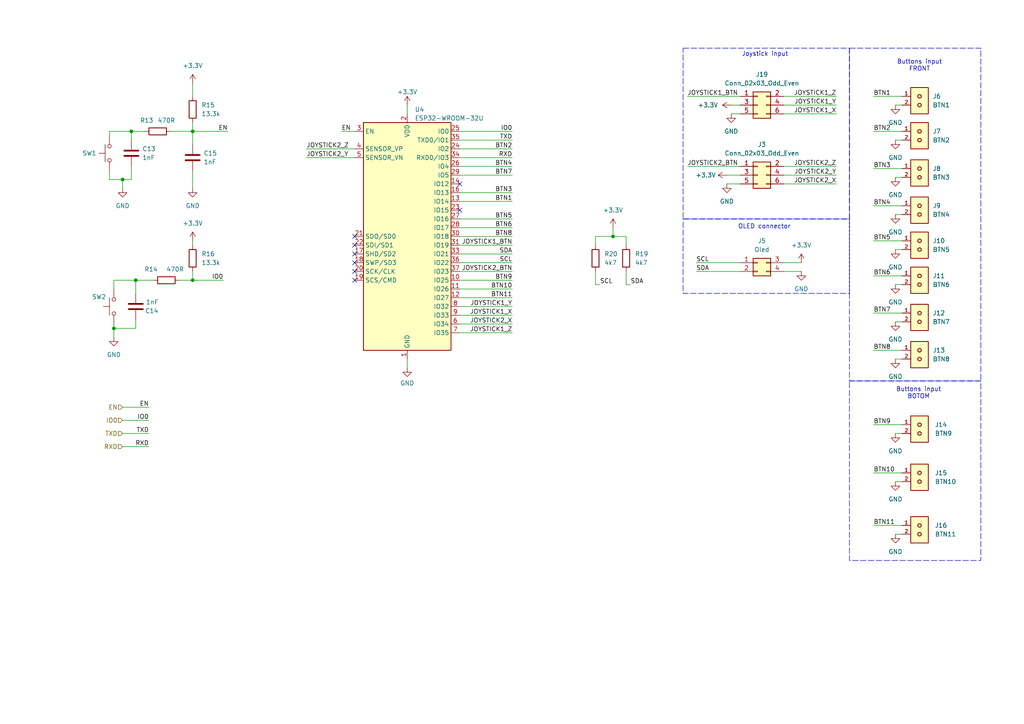
<source format=kicad_sch>
(kicad_sch (version 20231120) (generator "eeschema") (generator_version "8.0")
  (paper "A4")
  (lib_symbols
    (symbol "Connector_Generic:Conn_02x02_Top_Bottom" (pin_names (offset 1.016) hide)
      (property "Reference" "J" (at 1.27 2.54 0))
      (property "Value" "Conn_02x02_Top_Bottom" (at 1.27 -5.08 0))
      (symbol "Conn_02x02_Top_Bottom_1_1"
        (rectangle (start -1.27 -2.413) (end 0 -2.667) (stroke (width 0.1524)))
        (rectangle (start -1.27 0.127) (end 0 -0.127) (stroke (width 0.1524)))
        (rectangle (start -1.27 1.27) (end 3.81 -3.81) (stroke (width 0.254)) (fill (type background)))
        (rectangle (start 3.81 -2.413) (end 2.54 -2.667) (stroke (width 0.1524)))
        (rectangle (start 3.81 0.127) (end 2.54 -0.127) (stroke (width 0.1524)))
        (pin passive line (at -5.08 0 0) (length 3.81) (name "Pin_1") (number "1"))
        (pin passive line (at -5.08 -2.54 0) (length 3.81) (name "Pin_2") (number "2"))
        (pin passive line (at 7.62 0 180) (length 3.81) (name "Pin_3") (number "3"))
        (pin passive line (at 7.62 -2.54 180) (length 3.81) (name "Pin_4") (number "4"))
      )
    )
    (symbol "Connector_Generic:Conn_02x03_Odd_Even" (pin_names (offset 1.016) hide)
      (property "Reference" "J" (at 1.27 5.08 0))
      (property "Value" "Conn_02x03_Odd_Even" (at 1.27 -5.08 0))
      (symbol "Conn_02x03_Odd_Even_1_1"
        (rectangle (start -1.27 -2.413) (end 0 -2.667) (stroke (width 0.1524)))
        (rectangle (start -1.27 0.127) (end 0 -0.127) (stroke (width 0.1524)))
        (rectangle (start -1.27 2.667) (end 0 2.413) (stroke (width 0.1524)))
        (rectangle (start -1.27 3.81) (end 3.81 -3.81) (stroke (width 0.254)) (fill (type background)))
        (rectangle (start 3.81 -2.413) (end 2.54 -2.667) (stroke (width 0.1524)))
        (rectangle (start 3.81 0.127) (end 2.54 -0.127) (stroke (width 0.1524)))
        (rectangle (start 3.81 2.667) (end 2.54 2.413) (stroke (width 0.1524)))
        (pin passive line (at -5.08 2.54 0) (length 3.81) (name "Pin_1") (number "1"))
        (pin passive line (at 7.62 2.54 180) (length 3.81) (name "Pin_2") (number "2"))
        (pin passive line (at -5.08 0 0) (length 3.81) (name "Pin_3") (number "3"))
        (pin passive line (at 7.62 0 180) (length 3.81) (name "Pin_4") (number "4"))
        (pin passive line (at -5.08 -2.54 0) (length 3.81) (name "Pin_5") (number "5"))
        (pin passive line (at 7.62 -2.54 180) (length 3.81) (name "Pin_6") (number "6"))
      )
    )
    (symbol "Device:C" (pin_numbers hide) (pin_names (offset 0.254))
      (property "Reference" "C" (at 0.635 2.54 0))
      (property "Value" "C" (at 0.635 -2.54 0))
      (symbol "C_0_1"
        (polyline (pts (xy -2.032 -0.762) (xy 2.032 -0.762)) (stroke (width 0.508)))
        (polyline (pts (xy -2.032 0.762) (xy 2.032 0.762)) (stroke (width 0.508)))
      )
      (symbol "C_1_1"
        (pin passive line (at 0 3.81 270) (length 2.794) (name "~") (number "1"))
        (pin passive line (at 0 -3.81 90) (length 2.794) (name "~") (number "2"))
      )
    )
    (symbol "Device:R" (pin_numbers hide) (pin_names (offset 0))
      (property "Reference" "R" (at 2.032 0 90))
      (property "Value" "R" (at 0 0 90))
      (symbol "R_0_1"
        (rectangle (start -1.016 -2.54) (end 1.016 2.54) (stroke (width 0.254)))
      )
      (symbol "R_1_1"
        (pin passive line (at 0 3.81 270) (length 1.27) (name "~") (number "1"))
        (pin passive line (at 0 -3.81 90) (length 1.27) (name "~") (number "2"))
      )
    )
    (symbol "RF_Module:ESP32-WROOM-32U"
      (property "Reference" "U" (at -12.7 34.29 0))
      (property "Value" "ESP32-WROOM-32U" (at 1.27 34.29 0))
      (symbol "ESP32-WROOM-32U_0_1"
        (rectangle (start -12.7 33.02) (end 12.7 -33.02) (stroke (width 0.254)) (fill (type background)))
      )
      (symbol "ESP32-WROOM-32U_1_1"
        (pin power_in line (at 0 -35.56 90) (length 2.54) (name "GND") (number "1"))
        (pin bidirectional line (at 15.24 -12.7 180) (length 2.54) (name "IO25") (number "10"))
        (pin bidirectional line (at 15.24 -15.24 180) (length 2.54) (name "IO26") (number "11"))
        (pin bidirectional line (at 15.24 -17.78 180) (length 2.54) (name "IO27") (number "12"))
        (pin bidirectional line (at 15.24 10.16 180) (length 2.54) (name "IO14") (number "13"))
        (pin bidirectional line (at 15.24 15.24 180) (length 2.54) (name "IO12") (number "14"))
        (pin passive line (at 0 -35.56 90) (length 2.54) hide (name "GND") (number "15"))
        (pin bidirectional line (at 15.24 12.7 180) (length 2.54) (name "IO13") (number "16"))
        (pin bidirectional line (at -15.24 -5.08 0) (length 2.54) (name "SHD/SD2") (number "17"))
        (pin bidirectional line (at -15.24 -7.62 0) (length 2.54) (name "SWP/SD3") (number "18"))
        (pin bidirectional line (at -15.24 -12.7 0) (length 2.54) (name "SCS/CMD") (number "19"))
        (pin power_in line (at 0 35.56 270) (length 2.54) (name "VDD") (number "2"))
        (pin bidirectional line (at -15.24 -10.16 0) (length 2.54) (name "SCK/CLK") (number "20"))
        (pin bidirectional line (at -15.24 0 0) (length 2.54) (name "SDO/SD0") (number "21"))
        (pin bidirectional line (at -15.24 -2.54 0) (length 2.54) (name "SDI/SD1") (number "22"))
        (pin bidirectional line (at 15.24 7.62 180) (length 2.54) (name "IO15") (number "23"))
        (pin bidirectional line (at 15.24 25.4 180) (length 2.54) (name "IO2") (number "24"))
        (pin bidirectional line (at 15.24 30.48 180) (length 2.54) (name "IO0") (number "25"))
        (pin bidirectional line (at 15.24 20.32 180) (length 2.54) (name "IO4") (number "26"))
        (pin bidirectional line (at 15.24 5.08 180) (length 2.54) (name "IO16") (number "27"))
        (pin bidirectional line (at 15.24 2.54 180) (length 2.54) (name "IO17") (number "28"))
        (pin bidirectional line (at 15.24 17.78 180) (length 2.54) (name "IO5") (number "29"))
        (pin input line (at -15.24 30.48 0) (length 2.54) (name "EN") (number "3"))
        (pin bidirectional line (at 15.24 0 180) (length 2.54) (name "IO18") (number "30"))
        (pin bidirectional line (at 15.24 -2.54 180) (length 2.54) (name "IO19") (number "31"))
        (pin no_connect line (at -12.7 -27.94 0) (length 2.54) hide (name "NC") (number "32"))
        (pin bidirectional line (at 15.24 -5.08 180) (length 2.54) (name "IO21") (number "33"))
        (pin bidirectional line (at 15.24 22.86 180) (length 2.54) (name "RXD0/IO3") (number "34"))
        (pin bidirectional line (at 15.24 27.94 180) (length 2.54) (name "TXD0/IO1") (number "35"))
        (pin bidirectional line (at 15.24 -7.62 180) (length 2.54) (name "IO22") (number "36"))
        (pin bidirectional line (at 15.24 -10.16 180) (length 2.54) (name "IO23") (number "37"))
        (pin passive line (at 0 -35.56 90) (length 2.54) hide (name "GND") (number "38"))
        (pin passive line (at 0 -35.56 90) (length 2.54) hide (name "GND") (number "39"))
        (pin input line (at -15.24 25.4 0) (length 2.54) (name "SENSOR_VP") (number "4"))
        (pin input line (at -15.24 22.86 0) (length 2.54) (name "SENSOR_VN") (number "5"))
        (pin input line (at 15.24 -25.4 180) (length 2.54) (name "IO34") (number "6"))
        (pin input line (at 15.24 -27.94 180) (length 2.54) (name "IO35") (number "7"))
        (pin bidirectional line (at 15.24 -20.32 180) (length 2.54) (name "IO32") (number "8"))
        (pin bidirectional line (at 15.24 -22.86 180) (length 2.54) (name "IO33") (number "9"))
      )
    )
    (symbol "Switch:SW_Push" (pin_numbers hide) (pin_names (offset 1.016) hide)
      (property "Reference" "SW" (at 1.27 2.54 0))
      (property "Value" "SW_Push" (at 0 -1.524 0))
      (symbol "SW_Push_0_1"
        (circle (center -2.032 0) (radius 0.508))
        (polyline (pts (xy 0 1.27) (xy 0 3.048)))
        (polyline (pts (xy 2.54 1.27) (xy -2.54 1.27)))
        (circle (center 2.032 0) (radius 0.508))
        (pin passive line (at -5.08 0 0) (length 2.54) (name "1") (number "1"))
        (pin passive line (at 5.08 0 180) (length 2.54) (name "2") (number "2"))
      )
    )
    (symbol "molex-2pin:22-27-2021" (pin_names (offset 1.016))
      (property "Reference" "J" (at -2.5412 5.0823 0))
      (property "Value" "22-27-2021" (at -2.5424 -5.0848 0))
      (symbol "22-27-2021_0_0"
        (rectangle (start -2.54 -2.54) (end 2.54 5.08) (stroke (width 0.254)) (fill (type background)))
        (circle (center 0 0) (radius 0.508) (stroke (width 0.254)))
        (circle (center 0 2.54) (radius 0.508) (stroke (width 0.254)))
        (pin passive line (at -5.08 2.54 0) (length 2.54) (name "~") (number "1"))
        (pin passive line (at -5.08 0 0) (length 2.54) (name "~") (number "2"))
      )
    )
    (symbol "power:+3.3V" (power) (pin_names (offset 0))
      (property "Value" "+3.3V" (at 0 3.556 0))
      (symbol "+3.3V_0_1"
        (polyline (pts (xy -0.762 1.27) (xy 0 2.54)))
        (polyline (pts (xy 0 0) (xy 0 2.54)))
        (polyline (pts (xy 0 2.54) (xy 0.762 1.27)))
      )
      (symbol "+3.3V_1_1"
        (pin power_in line (at 0 0 90) (length 0) hide (name "+3.3V") (number "1"))
      )
    )
    (symbol "power:GND" (power) (pin_names (offset 0))
      (property "Value" "GND" (at 0 -3.81 0))
      (symbol "GND_0_1"
        (polyline (pts (xy 0 0) (xy 0 -1.27) (xy 1.27 -1.27) (xy 0 -2.54) (xy -1.27 -1.27) (xy 0 -1.27)))
      )
      (symbol "GND_1_1"
        (pin power_in line (at 0 0 270) (length 0) hide (name "GND") (number "1"))
      )
    )
  )
  (junction (at 35.56 52.07))
  (junction (at 55.88 81.28))
  (junction (at 55.88 38.1))
  (junction (at 38.1 38.1))
  (junction (at 39.37 81.28))
  (junction (at 177.8 68.58))
  (junction (at 33.02 95.25))
  (no_connect (at 102.87 73.66))
  (no_connect (at 102.87 76.2))
  (no_connect (at 102.87 68.58))
  (no_connect (at 102.87 78.74))
  (no_connect (at 133.35 53.34))
  (no_connect (at 102.87 81.28))
  (no_connect (at 102.87 71.12))
  (no_connect (at 133.35 60.96))
  (wire (pts (xy 199.39 27.94) (xy 214.63 27.94)))
  (wire (pts (xy 253.365 27.94) (xy 261.62 27.94)))
  (wire (pts (xy 133.35 93.98) (xy 148.59 93.98)))
  (wire (pts (xy 66.04 38.1) (xy 55.88 38.1)))
  (wire (pts (xy 259.715 51.435) (xy 261.62 51.435)))
  (wire (pts (xy 31.75 38.1) (xy 38.1 38.1)))
  (wire (pts (xy 199.39 48.26) (xy 214.63 48.26)))
  (wire (pts (xy 133.35 91.44) (xy 148.59 91.44)))
  (wire (pts (xy 242.57 53.34) (xy 227.33 53.34)))
  (wire (pts (xy 133.35 68.58) (xy 148.59 68.58)))
  (wire (pts (xy 133.35 76.2) (xy 148.59 76.2)))
  (wire (pts (xy 133.35 63.5) (xy 148.59 63.5)))
  (wire (pts (xy 133.35 71.12) (xy 148.59 71.12)))
  (wire (pts (xy 253.365 69.85) (xy 261.62 69.85)))
  (wire (pts (xy 259.715 154.94) (xy 261.62 154.94)))
  (wire (pts (xy 201.93 76.2) (xy 214.63 76.2)))
  (wire (pts (xy 253.365 101.6) (xy 261.62 101.6)))
  (wire (pts (xy 31.75 49.53) (xy 31.75 52.07)))
  (wire (pts (xy 259.715 30.48) (xy 261.62 30.48)))
  (wire (pts (xy 133.35 88.9) (xy 148.59 88.9)))
  (wire (pts (xy 118.11 30.48) (xy 118.11 33.02)))
  (wire (pts (xy 133.35 48.26) (xy 148.59 48.26)))
  (wire (pts (xy 259.715 72.39) (xy 261.62 72.39)))
  (wire (pts (xy 210.82 50.8) (xy 214.63 50.8)))
  (wire (pts (xy 88.9 45.72) (xy 102.87 45.72)))
  (wire (pts (xy 253.365 137.16) (xy 261.62 137.16)))
  (wire (pts (xy 253.365 123.19) (xy 261.62 123.19)))
  (wire (pts (xy 39.37 81.28) (xy 44.45 81.28)))
  (wire (pts (xy 39.37 85.09) (xy 39.37 81.28)))
  (wire (pts (xy 242.57 48.26) (xy 227.33 48.26)))
  (wire (pts (xy 38.1 38.1) (xy 38.1 40.64)))
  (wire (pts (xy 33.02 95.25) (xy 39.37 95.25)))
  (wire (pts (xy 55.88 49.53) (xy 55.88 54.61)))
  (wire (pts (xy 172.72 78.74) (xy 172.72 82.55)))
  (wire (pts (xy 212.09 33.02) (xy 214.63 33.02)))
  (wire (pts (xy 172.72 71.12) (xy 172.72 68.58)))
  (wire (pts (xy 133.35 81.28) (xy 148.59 81.28)))
  (wire (pts (xy 172.72 68.58) (xy 177.8 68.58)))
  (wire (pts (xy 253.365 48.895) (xy 261.62 48.895)))
  (wire (pts (xy 35.56 121.92) (xy 43.18 121.92)))
  (wire (pts (xy 253.365 152.4) (xy 261.62 152.4)))
  (wire (pts (xy 55.88 24.13) (xy 55.88 27.94)))
  (wire (pts (xy 201.93 78.74) (xy 214.63 78.74)))
  (wire (pts (xy 35.56 52.07) (xy 35.56 54.61)))
  (wire (pts (xy 35.56 52.07) (xy 31.75 52.07)))
  (wire (pts (xy 99.06 38.1) (xy 102.87 38.1)))
  (wire (pts (xy 35.56 129.54) (xy 43.18 129.54)))
  (wire (pts (xy 35.56 125.73) (xy 43.18 125.73)))
  (wire (pts (xy 242.57 50.8) (xy 227.33 50.8)))
  (wire (pts (xy 227.33 78.74) (xy 232.41 78.74)))
  (wire (pts (xy 253.365 90.805) (xy 261.62 90.805)))
  (wire (pts (xy 31.75 39.37) (xy 31.75 38.1)))
  (wire (pts (xy 33.02 95.25) (xy 33.02 97.79)))
  (wire (pts (xy 55.88 81.28) (xy 55.88 78.74)))
  (wire (pts (xy 259.715 93.345) (xy 261.62 93.345)))
  (wire (pts (xy 259.715 139.7) (xy 261.62 139.7)))
  (wire (pts (xy 242.57 33.02) (xy 227.33 33.02)))
  (wire (pts (xy 133.35 86.36) (xy 148.59 86.36)))
  (wire (pts (xy 35.56 118.11) (xy 43.18 118.11)))
  (wire (pts (xy 181.61 68.58) (xy 181.61 71.12)))
  (wire (pts (xy 227.33 76.2) (xy 232.41 76.2)))
  (wire (pts (xy 181.61 82.55) (xy 182.88 82.55)))
  (wire (pts (xy 133.35 38.1) (xy 148.59 38.1)))
  (wire (pts (xy 133.35 45.72) (xy 148.59 45.72)))
  (wire (pts (xy 64.77 81.28) (xy 55.88 81.28)))
  (wire (pts (xy 38.1 48.26) (xy 38.1 52.07)))
  (wire (pts (xy 118.11 104.14) (xy 118.11 106.68)))
  (wire (pts (xy 133.35 43.18) (xy 148.59 43.18)))
  (wire (pts (xy 33.02 81.28) (xy 39.37 81.28)))
  (wire (pts (xy 253.365 80.01) (xy 261.62 80.01)))
  (wire (pts (xy 33.02 93.98) (xy 33.02 95.25)))
  (wire (pts (xy 38.1 52.07) (xy 35.56 52.07)))
  (wire (pts (xy 253.365 59.69) (xy 261.62 59.69)))
  (wire (pts (xy 133.35 55.88) (xy 148.59 55.88)))
  (wire (pts (xy 172.72 82.55) (xy 173.99 82.55)))
  (wire (pts (xy 259.715 40.64) (xy 261.62 40.64)))
  (wire (pts (xy 259.715 82.55) (xy 261.62 82.55)))
  (wire (pts (xy 133.35 73.66) (xy 148.59 73.66)))
  (wire (pts (xy 253.365 38.1) (xy 261.62 38.1)))
  (wire (pts (xy 133.35 83.82) (xy 148.59 83.82)))
  (wire (pts (xy 133.35 66.04) (xy 148.59 66.04)))
  (wire (pts (xy 52.07 81.28) (xy 55.88 81.28)))
  (wire (pts (xy 133.35 40.64) (xy 148.59 40.64)))
  (wire (pts (xy 39.37 92.71) (xy 39.37 95.25)))
  (wire (pts (xy 33.02 81.28) (xy 33.02 83.82)))
  (wire (pts (xy 55.88 38.1) (xy 55.88 41.91)))
  (wire (pts (xy 38.1 38.1) (xy 41.91 38.1)))
  (wire (pts (xy 259.715 125.73) (xy 261.62 125.73)))
  (wire (pts (xy 55.88 35.56) (xy 55.88 38.1)))
  (wire (pts (xy 133.35 78.74) (xy 148.59 78.74)))
  (wire (pts (xy 242.57 27.94) (xy 227.33 27.94)))
  (wire (pts (xy 55.88 69.85) (xy 55.88 71.12)))
  (wire (pts (xy 177.8 68.58) (xy 181.61 68.58)))
  (wire (pts (xy 259.715 62.23) (xy 261.62 62.23)))
  (wire (pts (xy 133.35 58.42) (xy 148.59 58.42)))
  (wire (pts (xy 242.57 30.48) (xy 227.33 30.48)))
  (wire (pts (xy 133.35 50.8) (xy 148.59 50.8)))
  (wire (pts (xy 212.09 30.48) (xy 214.63 30.48)))
  (wire (pts (xy 181.61 78.74) (xy 181.61 82.55)))
  (wire (pts (xy 259.715 104.14) (xy 261.62 104.14)))
  (wire (pts (xy 210.82 53.34) (xy 214.63 53.34)))
  (wire (pts (xy 177.8 66.04) (xy 177.8 68.58)))
  (wire (pts (xy 49.53 38.1) (xy 55.88 38.1)))
  (wire (pts (xy 133.35 96.52) (xy 148.59 96.52)))
  (wire (pts (xy 88.9 43.18) (xy 102.87 43.18)))
  (rectangle (start 198.12 63.5) (end 246.38 85.09) (stroke (width 0) (type dash)))
  (rectangle (start 246.38 110.49) (end 284.48 162.56) (stroke (width 0) (type dash)))
  (rectangle (start 246.38 13.97) (end 284.48 110.49) (stroke (width 0) (type dash)))
  (rectangle (start 198.12 13.97) (end 246.38 63.5) (stroke (width 0) (type dash)))
  (text "Buttons input\nBOTOM" (at 266.446 115.824 0) (effects (font (size 1.27 1.27)) (justify bottom)))
  (text "Buttons input\nFRONT" (at 266.7 20.828 0) (effects (font (size 1.27 1.27)) (justify bottom)))
  (text "Joystick input" (at 215.138 16.51 0) (effects (font (size 1.27 1.27)) (justify left bottom)))
  (text "OLED connector" (at 229.362 66.548 0) (effects (font (size 1.27 1.27)) (justify right bottom)))
  (label "JOYSTICK2_Y" (at 242.57 50.8 180))
  (label "JOYSTICK1_BTN" (at 199.39 27.94 0))
  (label "JOYSTICK1_BTN" (at 148.59 71.12 180))
  (label "EN" (at 99.06 38.1 0))
  (label "BTN3" (at 148.59 55.88 180))
  (label "BTN7" (at 253.365 90.805 0))
  (label "RXD" (at 43.18 129.54 180))
  (label "BTN10" (at 148.59 83.82 180))
  (label "BTN6" (at 253.365 80.01 0))
  (label "JOYSTICK1_Y" (at 242.57 30.48 180))
  (label "TXD" (at 148.59 40.64 180))
  (label "BTN4" (at 148.59 48.26 180))
  (label "RXD" (at 148.59 45.72 180))
  (label "SDA" (at 201.93 78.74 0))
  (label "SCL" (at 173.99 82.55 0))
  (label "SCL" (at 148.59 76.2 180))
  (label "IO0" (at 148.59 38.1 180))
  (label "BTN8" (at 148.59 68.58 180))
  (label "JOYSTICK2_Z" (at 242.57 48.26 180))
  (label "EN" (at 43.18 118.11 180))
  (label "SDA" (at 182.88 82.55 0))
  (label "JOYSTICK2_X" (at 242.57 53.34 180))
  (label "BTN10" (at 253.365 137.16 0))
  (label "JOYSTICK2_BTN" (at 199.39 48.26 0))
  (label "BTN9" (at 253.365 123.19 0))
  (label "BTN7" (at 148.59 50.8 180))
  (label "BTN3" (at 253.365 48.895 0))
  (label "JOYSTICK2_Z" (at 88.9 43.18 0))
  (label "JOYSTICK1_X" (at 148.59 91.44 180))
  (label "BTN9" (at 148.59 81.28 180))
  (label "IO0" (at 43.18 121.92 180))
  (label "JOYSTICK2_BTN" (at 148.59 78.74 180))
  (label "JOYSTICK1_X" (at 242.57 33.02 180))
  (label "SDA" (at 148.59 73.66 180))
  (label "BTN2" (at 148.59 43.18 180))
  (label "BTN5" (at 253.365 69.85 0))
  (label "BTN1" (at 253.365 27.94 0))
  (label "BTN11" (at 148.59 86.36 180))
  (label "JOYSTICK1_Z" (at 242.57 27.94 180))
  (label "JOYSTICK2_Y" (at 88.9 45.72 0))
  (label "BTN5" (at 148.59 63.5 180))
  (label "TXD" (at 43.18 125.73 180))
  (label "BTN1" (at 148.59 58.42 180))
  (label "EN" (at 66.04 38.1 180))
  (label "JOYSTICK1_Y" (at 148.59 88.9 180))
  (label "BTN8" (at 253.365 101.6 0))
  (label "SCL" (at 201.93 76.2 0))
  (label "BTN4" (at 253.365 59.69 0))
  (label "JOYSTICK2_X" (at 148.59 93.98 180))
  (label "BTN11" (at 253.365 152.4 0))
  (label "IO0" (at 64.77 81.28 180))
  (label "BTN2" (at 253.365 38.1 0))
  (label "BTN6" (at 148.59 66.04 180))
  (label "JOYSTICK1_Z" (at 148.59 96.52 180))
  (hierarchical_label "EN" (shape input) (at 35.56 118.11 180))
  (hierarchical_label "RXD" (shape input) (at 35.56 129.54 180))
  (hierarchical_label "IO0" (shape input) (at 35.56 121.92 180))
  (hierarchical_label "TXD" (shape input) (at 35.56 125.73 180))
  (symbol (lib_id "power:+3.3V") (at 177.8 66.04 0) (unit 1)
    (property "Reference" "#PWR021" (effects (hide yes)))
    (property "Value" "+3.3V" (at 177.8 60.96 0))
  )
  (symbol (lib_id "Connector_Generic:Conn_02x03_Odd_Even") (at 219.71 30.48 0) (unit 1)
    (property "Reference" "J19" (at 220.98 21.59 0))
    (property "Value" "Conn_02x03_Odd_Even" (at 220.98 24.13 0))
    (property "Footprint" "Connector_PinSocket_2.54mm:PinSocket_2x03_P2.54mm_Vertical" (effects (hide yes)))
    (property "Description" "Generic connector, double row, 02x03, odd/even pin numbering scheme (row 1 odd numbers, row 2 even numbers), script generated (kicad-library-utils/schlib/autogen/connector/)" (effects (hide yes)))
  )
  (symbol (lib_id "Device:R") (at 55.88 74.93 180) (unit 1)
    (property "Reference" "R16" (at 58.42 73.6599 0) (effects (justify right)))
    (property "Value" "13.3k" (at 58.42 76.1999 0) (effects (justify right)))
    (property "Footprint" "Resistor_SMD:R_0603_1608Metric" (effects (hide yes)))
    (property "LCSC" "C25952" (effects (hide yes)))
  )
  (symbol (lib_id "molex-2pin:22-27-2021") (at 266.7 104.14 0) (unit 1)
    (property "Reference" "J13" (at 270.51 101.6 0) (effects (justify left)))
    (property "Value" "BTN8" (at 270.51 104.14 0) (effects (justify left)))
    (property "Footprint" "Connector_Molex:Molex_KK-254_AE-6410-02A_1x02_P2.54mm_Vertical" (effects (hide yes)))
    (property "Description" "2227 - Molex Wire-to-Board 2.54 mm KK Type Straight Headers" (effects (hide yes)))
    (property "MF" "Molex" (effects (hide yes)))
    (property "Package" "None" (effects (hide yes)))
    (property "Price" "None" (effects (hide yes)))
    (property "Check_prices" "https://www.snapeda.com/parts/22-27-2021/Molex/view-part/?ref=eda" (effects (hide yes)))
    (property "SnapEDA_Link" "https://www.snapeda.com/parts/22-27-2021/Molex/view-part/?ref=snap" (effects (hide yes)))
    (property "MP" "22-27-2021" (effects (hide yes)))
    (property "Purchase-URL" "https://www.snapeda.com/api/url_track_click_mouser/?unipart_id=378472&manufacturer=Molex&part_name=22-27-2021&search_term=22272021" (effects (hide yes)))
    (property "Availability" "In Stock" (effects (hide yes)))
    (property "MANUFACTURER" "MOLEX" (effects (hide yes)))
  )
  (symbol (lib_id "power:+3.3V") (at 118.11 30.48 0) (unit 1)
    (property "Reference" "#PWR047" (effects (hide yes)))
    (property "Value" "+3.3V" (at 118.11 26.67 0))
  )
  (symbol (lib_id "power:GND") (at 35.56 54.61 0) (unit 1)
    (property "Reference" "#PWR017" (effects (hide yes)))
    (property "Value" "GND" (at 35.56 59.69 0))
  )
  (symbol (lib_id "Device:R") (at 181.61 74.93 180) (unit 1)
    (property "Reference" "R19" (at 184.15 73.6599 0) (effects (justify right)))
    (property "Value" "4k7" (at 184.15 76.1999 0) (effects (justify right)))
    (property "Footprint" "Resistor_SMD:R_0402_1005Metric" (effects (hide yes)))
    (property "LCSC" "C25952" (effects (hide yes)))
  )
  (symbol (lib_id "Device:R") (at 172.72 74.93 180) (unit 1)
    (property "Reference" "R20" (at 175.26 73.6599 0) (effects (justify right)))
    (property "Value" "4k7" (at 175.26 76.1999 0) (effects (justify right)))
    (property "Footprint" "Resistor_SMD:R_0402_1005Metric" (effects (hide yes)))
    (property "LCSC" "C25952" (effects (hide yes)))
  )
  (symbol (lib_id "power:GND") (at 259.715 154.94 0) (unit 1)
    (property "Reference" "#PWR041" (effects (hide yes)))
    (property "Value" "GND" (at 259.715 160.02 0))
  )
  (symbol (lib_id "molex-2pin:22-27-2021") (at 266.7 93.345 0) (unit 1)
    (property "Reference" "J12" (at 270.51 90.805 0) (effects (justify left)))
    (property "Value" "BTN7" (at 270.51 93.345 0) (effects (justify left)))
    (property "Footprint" "Connector_Molex:Molex_KK-254_AE-6410-02A_1x02_P2.54mm_Vertical" (effects (hide yes)))
    (property "Description" "2227 - Molex Wire-to-Board 2.54 mm KK Type Straight Headers" (effects (hide yes)))
    (property "MF" "Molex" (effects (hide yes)))
    (property "Package" "None" (effects (hide yes)))
    (property "Price" "None" (effects (hide yes)))
    (property "Check_prices" "https://www.snapeda.com/parts/22-27-2021/Molex/view-part/?ref=eda" (effects (hide yes)))
    (property "SnapEDA_Link" "https://www.snapeda.com/parts/22-27-2021/Molex/view-part/?ref=snap" (effects (hide yes)))
    (property "MP" "22-27-2021" (effects (hide yes)))
    (property "Purchase-URL" "https://www.snapeda.com/api/url_track_click_mouser/?unipart_id=378472&manufacturer=Molex&part_name=22-27-2021&search_term=22272021" (effects (hide yes)))
    (property "Availability" "In Stock" (effects (hide yes)))
    (property "MANUFACTURER" "MOLEX" (effects (hide yes)))
  )
  (symbol (lib_id "Device:C") (at 55.88 45.72 0) (unit 1)
    (property "Reference" "C15" (at 59.055 44.45 0) (effects (justify left)))
    (property "Value" "1nF" (at 59.055 46.99 0) (effects (justify left)))
    (property "Footprint" "Capacitor_SMD:C_0603_1608Metric" (effects (hide yes)))
    (property "LCSC" "C1588" (effects (hide yes)))
  )
  (symbol (lib_id "Connector_Generic:Conn_02x02_Top_Bottom") (at 219.71 76.2 0) (unit 1)
    (property "Reference" "J5" (at 220.98 69.85 0))
    (property "Value" "Oled" (at 220.98 72.39 0))
    (property "Footprint" "Connector_PinSocket_2.54mm:PinSocket_2x02_P2.54mm_Vertical" (effects (hide yes)))
    (property "Description" "Generic connector, double row, 02x02, top/bottom pin numbering scheme (row 1: 1...pins_per_row, row2: pins_per_row+1 ... num_pins), script generated (kicad-library-utils/schlib/autogen/connector/)" (effects (hide yes)))
  )
  (symbol (lib_id "power:GND") (at 259.715 125.73 0) (unit 1)
    (property "Reference" "#PWR039" (effects (hide yes)))
    (property "Value" "GND" (at 259.715 130.81 0))
  )
  (symbol (lib_id "power:GND") (at 259.715 93.345 0) (unit 1)
    (property "Reference" "#PWR037" (effects (hide yes)))
    (property "Value" "GND" (at 259.715 98.425 0))
  )
  (symbol (lib_id "power:GND") (at 259.715 104.14 0) (unit 1)
    (property "Reference" "#PWR038" (effects (hide yes)))
    (property "Value" "GND" (at 259.715 109.22 0))
  )
  (symbol (lib_id "molex-2pin:22-27-2021") (at 266.7 62.23 0) (unit 1)
    (property "Reference" "J9" (at 270.51 59.69 0) (effects (justify left)))
    (property "Value" "BTN4" (at 270.51 62.23 0) (effects (justify left)))
    (property "Footprint" "Connector_Molex:Molex_KK-254_AE-6410-02A_1x02_P2.54mm_Vertical" (effects (hide yes)))
    (property "Description" "2227 - Molex Wire-to-Board 2.54 mm KK Type Straight Headers" (effects (hide yes)))
    (property "MF" "Molex" (effects (hide yes)))
    (property "Package" "None" (effects (hide yes)))
    (property "Price" "None" (effects (hide yes)))
    (property "Check_prices" "https://www.snapeda.com/parts/22-27-2021/Molex/view-part/?ref=eda" (effects (hide yes)))
    (property "SnapEDA_Link" "https://www.snapeda.com/parts/22-27-2021/Molex/view-part/?ref=snap" (effects (hide yes)))
    (property "MP" "22-27-2021" (effects (hide yes)))
    (property "Purchase-URL" "https://www.snapeda.com/api/url_track_click_mouser/?unipart_id=378472&manufacturer=Molex&part_name=22-27-2021&search_term=22272021" (effects (hide yes)))
    (property "Availability" "In Stock" (effects (hide yes)))
    (property "MANUFACTURER" "MOLEX" (effects (hide yes)))
  )
  (symbol (lib_id "power:GND") (at 210.82 53.34 0) (unit 1)
    (property "Reference" "#PWR026" (effects (hide yes)))
    (property "Value" "GND" (at 210.82 58.42 0))
  )
  (symbol (lib_id "power:GND") (at 232.41 78.74 0) (unit 1)
    (property "Reference" "#PWR030" (effects (hide yes)))
    (property "Value" "GND" (at 232.41 83.82 0))
  )
  (symbol (lib_id "Device:C") (at 39.37 88.9 180) (unit 1)
    (property "Reference" "C14" (at 45.974 90.17 0) (effects (justify left)))
    (property "Value" "1nF" (at 45.974 87.63 0) (effects (justify left)))
    (property "Footprint" "Capacitor_SMD:C_0603_1608Metric" (effects (hide yes)))
    (property "LCSC" "C1588" (effects (hide yes)))
  )
  (symbol (lib_id "molex-2pin:22-27-2021") (at 266.7 72.39 0) (unit 1)
    (property "Reference" "J10" (at 270.51 69.85 0) (effects (justify left)))
    (property "Value" "BTN5" (at 270.51 72.39 0) (effects (justify left)))
    (property "Footprint" "Connector_Molex:Molex_KK-254_AE-6410-02A_1x02_P2.54mm_Vertical" (effects (hide yes)))
    (property "Description" "2227 - Molex Wire-to-Board 2.54 mm KK Type Straight Headers" (effects (hide yes)))
    (property "MF" "Molex" (effects (hide yes)))
    (property "Package" "None" (effects (hide yes)))
    (property "Price" "None" (effects (hide yes)))
    (property "Check_prices" "https://www.snapeda.com/parts/22-27-2021/Molex/view-part/?ref=eda" (effects (hide yes)))
    (property "SnapEDA_Link" "https://www.snapeda.com/parts/22-27-2021/Molex/view-part/?ref=snap" (effects (hide yes)))
    (property "MP" "22-27-2021" (effects (hide yes)))
    (property "Purchase-URL" "https://www.snapeda.com/api/url_track_click_mouser/?unipart_id=378472&manufacturer=Molex&part_name=22-27-2021&search_term=22272021" (effects (hide yes)))
    (property "Availability" "In Stock" (effects (hide yes)))
    (property "MANUFACTURER" "MOLEX" (effects (hide yes)))
  )
  (symbol (lib_id "power:GND") (at 259.715 62.23 0) (unit 1)
    (property "Reference" "#PWR034" (effects (hide yes)))
    (property "Value" "GND" (at 259.715 67.31 0))
  )
  (symbol (lib_id "molex-2pin:22-27-2021") (at 266.7 125.73 0) (unit 1)
    (property "Reference" "J14" (at 271.145 123.19 0) (effects (justify left)))
    (property "Value" "BTN9" (at 271.145 125.73 0) (effects (justify left)))
    (property "Footprint" "Connector_Molex:Molex_KK-254_AE-6410-02A_1x02_P2.54mm_Vertical" (effects (hide yes)))
    (property "Description" "2227 - Molex Wire-to-Board 2.54 mm KK Type Straight Headers" (effects (hide yes)))
    (property "MF" "Molex" (effects (hide yes)))
    (property "Package" "None" (effects (hide yes)))
    (property "Price" "None" (effects (hide yes)))
    (property "Check_prices" "https://www.snapeda.com/parts/22-27-2021/Molex/view-part/?ref=eda" (effects (hide yes)))
    (property "SnapEDA_Link" "https://www.snapeda.com/parts/22-27-2021/Molex/view-part/?ref=snap" (effects (hide yes)))
    (property "MP" "22-27-2021" (effects (hide yes)))
    (property "Purchase-URL" "https://www.snapeda.com/api/url_track_click_mouser/?unipart_id=378472&manufacturer=Molex&part_name=22-27-2021&search_term=22272021" (effects (hide yes)))
    (property "Availability" "In Stock" (effects (hide yes)))
    (property "MANUFACTURER" "MOLEX" (effects (hide yes)))
  )
  (symbol (lib_id "Device:R") (at 55.88 31.75 180) (unit 1)
    (property "Reference" "R15" (at 58.42 30.4799 0) (effects (justify right)))
    (property "Value" "13.3k" (at 58.42 33.0199 0) (effects (justify right)))
    (property "Footprint" "Resistor_SMD:R_0603_1608Metric" (effects (hide yes)))
    (property "LCSC" "C25952" (effects (hide yes)))
  )
  (symbol (lib_id "power:GND") (at 212.09 33.02 0) (unit 1)
    (property "Reference" "#PWR028" (effects (hide yes)))
    (property "Value" "GND" (at 212.09 38.1 0))
  )
  (symbol (lib_id "power:GND") (at 33.02 97.79 0) (unit 1)
    (property "Reference" "#PWR016" (effects (hide yes)))
    (property "Value" "GND" (at 33.02 102.87 0))
  )
  (symbol (lib_id "power:+3.3V") (at 55.88 24.13 0) (unit 1)
    (property "Reference" "#PWR018" (effects (hide yes)))
    (property "Value" "+3.3V" (at 55.88 19.05 0))
  )
  (symbol (lib_id "RF_Module:ESP32-WROOM-32U") (at 118.11 68.58 0) (unit 1)
    (property "Reference" "U4" (at 120.3041 31.75 0) (effects (justify left)))
    (property "Value" "ESP32-WROOM-32U" (at 120.3041 34.29 0) (effects (justify left)))
    (property "Footprint" "RF_Module:ESP32-WROOM-32U" (effects (hide yes)))
    (property "Datasheet" "https://www.espressif.com/sites/default/files/documentation/esp32-wroom-32d_esp32-wroom-32u_datasheet_en.pdf" (effects (hide yes)))
    (property "Description" "RF Module, ESP32-D0WD SoC, Wi-Fi 802.11b/g/n, Bluetooth, BLE, 32-bit, 2.7-3.6V, external antenna, SMD" (effects (hide yes)))
  )
  (symbol (lib_id "Connector_Generic:Conn_02x03_Odd_Even") (at 219.71 50.8 0) (unit 1)
    (property "Reference" "J3" (at 220.98 41.91 0))
    (property "Value" "Conn_02x03_Odd_Even" (at 220.98 44.45 0))
    (property "Footprint" "Connector_PinSocket_2.54mm:PinSocket_2x03_P2.54mm_Vertical" (effects (hide yes)))
    (property "Description" "Generic connector, double row, 02x03, odd/even pin numbering scheme (row 1 odd numbers, row 2 even numbers), script generated (kicad-library-utils/schlib/autogen/connector/)" (effects (hide yes)))
  )
  (symbol (lib_id "molex-2pin:22-27-2021") (at 266.7 40.64 0) (unit 1)
    (property "Reference" "J7" (at 270.51 38.1 0) (effects (justify left)))
    (property "Value" "BTN2" (at 270.51 40.64 0) (effects (justify left)))
    (property "Footprint" "Connector_Molex:Molex_KK-254_AE-6410-02A_1x02_P2.54mm_Vertical" (effects (hide yes)))
    (property "Description" "2227 - Molex Wire-to-Board 2.54 mm KK Type Straight Headers" (effects (hide yes)))
    (property "MF" "Molex" (effects (hide yes)))
    (property "Package" "None" (effects (hide yes)))
    (property "Price" "None" (effects (hide yes)))
    (property "Check_prices" "https://www.snapeda.com/parts/22-27-2021/Molex/view-part/?ref=eda" (effects (hide yes)))
    (property "SnapEDA_Link" "https://www.snapeda.com/parts/22-27-2021/Molex/view-part/?ref=snap" (effects (hide yes)))
    (property "MP" "22-27-2021" (effects (hide yes)))
    (property "Purchase-URL" "https://www.snapeda.com/api/url_track_click_mouser/?unipart_id=378472&manufacturer=Molex&part_name=22-27-2021&search_term=22272021" (effects (hide yes)))
    (property "Availability" "In Stock" (effects (hide yes)))
    (property "MANUFACTURER" "MOLEX" (effects (hide yes)))
  )
  (symbol (lib_id "molex-2pin:22-27-2021") (at 266.7 154.94 0) (unit 1)
    (property "Reference" "J16" (at 271.145 152.4 0) (effects (justify left)))
    (property "Value" "BTN11" (at 271.145 154.94 0) (effects (justify left)))
    (property "Footprint" "Connector_Molex:Molex_KK-254_AE-6410-02A_1x02_P2.54mm_Vertical" (effects (hide yes)))
    (property "Description" "2227 - Molex Wire-to-Board 2.54 mm KK Type Straight Headers" (effects (hide yes)))
    (property "MF" "Molex" (effects (hide yes)))
    (property "Package" "None" (effects (hide yes)))
    (property "Price" "None" (effects (hide yes)))
    (property "Check_prices" "https://www.snapeda.com/parts/22-27-2021/Molex/view-part/?ref=eda" (effects (hide yes)))
    (property "SnapEDA_Link" "https://www.snapeda.com/parts/22-27-2021/Molex/view-part/?ref=snap" (effects (hide yes)))
    (property "MP" "22-27-2021" (effects (hide yes)))
    (property "Purchase-URL" "https://www.snapeda.com/api/url_track_click_mouser/?unipart_id=378472&manufacturer=Molex&part_name=22-27-2021&search_term=22272021" (effects (hide yes)))
    (property "Availability" "In Stock" (effects (hide yes)))
    (property "MANUFACTURER" "MOLEX" (effects (hide yes)))
  )
  (symbol (lib_id "Device:R") (at 45.72 38.1 90) (unit 1)
    (property "Reference" "R13" (at 42.545 34.925 90))
    (property "Value" "470R" (at 48.26 34.925 90))
    (property "Footprint" "Resistor_SMD:R_0603_1608Metric" (effects (hide yes)))
    (property "LCSC" "C114669" (effects (hide yes)))
  )
  (symbol (lib_id "molex-2pin:22-27-2021") (at 266.7 139.7 0) (unit 1)
    (property "Reference" "J15" (at 271.145 137.16 0) (effects (justify left)))
    (property "Value" "BTN10" (at 271.145 139.7 0) (effects (justify left)))
    (property "Footprint" "Connector_Molex:Molex_KK-254_AE-6410-02A_1x02_P2.54mm_Vertical" (effects (hide yes)))
    (property "Description" "2227 - Molex Wire-to-Board 2.54 mm KK Type Straight Headers" (effects (hide yes)))
    (property "MF" "Molex" (effects (hide yes)))
    (property "Package" "None" (effects (hide yes)))
    (property "Price" "None" (effects (hide yes)))
    (property "Check_prices" "https://www.snapeda.com/parts/22-27-2021/Molex/view-part/?ref=eda" (effects (hide yes)))
    (property "SnapEDA_Link" "https://www.snapeda.com/parts/22-27-2021/Molex/view-part/?ref=snap" (effects (hide yes)))
    (property "MP" "22-27-2021" (effects (hide yes)))
    (property "Purchase-URL" "https://www.snapeda.com/api/url_track_click_mouser/?unipart_id=378472&manufacturer=Molex&part_name=22-27-2021&search_term=22272021" (effects (hide yes)))
    (property "Availability" "In Stock" (effects (hide yes)))
    (property "MANUFACTURER" "MOLEX" (effects (hide yes)))
  )
  (symbol (lib_id "power:GND") (at 259.715 82.55 0) (unit 1)
    (property "Reference" "#PWR036" (effects (hide yes)))
    (property "Value" "GND" (at 259.715 87.63 0))
  )
  (symbol (lib_id "Switch:SW_Push") (at 31.75 44.45 90) (unit 1)
    (property "Reference" "SW1" (at 23.876 44.45 90) (effects (justify right)))
    (property "Value" "SW_Push" (effects (hide yes)))
    (property "Footprint" "parts:TS1088R02026" (effects (hide yes)))
    (property "LCSC" "C455280" (effects (hide yes)))
  )
  (symbol (lib_id "power:GND") (at 259.715 30.48 0) (unit 1)
    (property "Reference" "#PWR031" (effects (hide yes)))
    (property "Value" "GND" (at 259.715 35.56 0))
  )
  (symbol (lib_id "power:+3.3V") (at 212.09 30.48 90) (unit 1)
    (property "Reference" "#PWR027" (effects (hide yes)))
    (property "Value" "+3.3V" (at 208.28 30.4799 90) (effects (justify left)))
  )
  (symbol (lib_id "Switch:SW_Push") (at 33.02 88.9 90) (unit 1)
    (property "Reference" "SW2" (at 26.67 86.106 90) (effects (justify right)))
    (property "Value" "SW_Push" (effects (hide yes)))
    (property "Footprint" "parts:TS1088R02026" (effects (hide yes)))
    (property "LCSC" "C455280" (effects (hide yes)))
  )
  (symbol (lib_id "power:GND") (at 259.715 51.435 0) (unit 1)
    (property "Reference" "#PWR033" (effects (hide yes)))
    (property "Value" "GND" (at 259.715 56.515 0))
  )
  (symbol (lib_id "Device:C") (at 38.1 44.45 0) (unit 1)
    (property "Reference" "C13" (at 41.275 43.18 0) (effects (justify left)))
    (property "Value" "1nF" (at 41.275 45.72 0) (effects (justify left)))
    (property "Footprint" "Capacitor_SMD:C_0603_1608Metric" (effects (hide yes)))
    (property "LCSC" "C1588" (effects (hide yes)))
  )
  (symbol (lib_id "power:GND") (at 259.715 139.7 0) (unit 1)
    (property "Reference" "#PWR040" (effects (hide yes)))
    (property "Value" "GND" (at 259.715 144.78 0))
  )
  (symbol (lib_id "power:+3.3V") (at 232.41 76.2 0) (unit 1)
    (property "Reference" "#PWR029" (effects (hide yes)))
    (property "Value" "+3.3V" (at 232.41 71.12 0))
  )
  (symbol (lib_id "molex-2pin:22-27-2021") (at 266.7 30.48 0) (unit 1)
    (property "Reference" "J6" (at 270.51 27.94 0) (effects (justify left)))
    (property "Value" "BTN1" (at 270.51 30.48 0) (effects (justify left)))
    (property "Footprint" "Connector_Molex:Molex_KK-254_AE-6410-02A_1x02_P2.54mm_Vertical" (effects (hide yes)))
    (property "Description" "2227 - Molex Wire-to-Board 2.54 mm KK Type Straight Headers" (effects (hide yes)))
    (property "MF" "Molex" (effects (hide yes)))
    (property "Package" "None" (effects (hide yes)))
    (property "Price" "None" (effects (hide yes)))
    (property "Check_prices" "https://www.snapeda.com/parts/22-27-2021/Molex/view-part/?ref=eda" (effects (hide yes)))
    (property "SnapEDA_Link" "https://www.snapeda.com/parts/22-27-2021/Molex/view-part/?ref=snap" (effects (hide yes)))
    (property "MP" "22-27-2021" (effects (hide yes)))
    (property "Purchase-URL" "https://www.snapeda.com/api/url_track_click_mouser/?unipart_id=378472&manufacturer=Molex&part_name=22-27-2021&search_term=22272021" (effects (hide yes)))
    (property "Availability" "In Stock" (effects (hide yes)))
    (property "MANUFACTURER" "MOLEX" (effects (hide yes)))
  )
  (symbol (lib_id "power:+3.3V") (at 55.88 69.85 0) (unit 1)
    (property "Reference" "#PWR020" (effects (hide yes)))
    (property "Value" "+3.3V" (at 55.88 64.77 0))
  )
  (symbol (lib_id "molex-2pin:22-27-2021") (at 266.7 82.55 0) (unit 1)
    (property "Reference" "J11" (at 270.51 80.01 0) (effects (justify left)))
    (property "Value" "BTN6" (at 270.51 82.55 0) (effects (justify left)))
    (property "Footprint" "Connector_Molex:Molex_KK-254_AE-6410-02A_1x02_P2.54mm_Vertical" (effects (hide yes)))
    (property "Description" "2227 - Molex Wire-to-Board 2.54 mm KK Type Straight Headers" (effects (hide yes)))
    (property "MF" "Molex" (effects (hide yes)))
    (property "Package" "None" (effects (hide yes)))
    (property "Price" "None" (effects (hide yes)))
    (property "Check_prices" "https://www.snapeda.com/parts/22-27-2021/Molex/view-part/?ref=eda" (effects (hide yes)))
    (property "SnapEDA_Link" "https://www.snapeda.com/parts/22-27-2021/Molex/view-part/?ref=snap" (effects (hide yes)))
    (property "MP" "22-27-2021" (effects (hide yes)))
    (property "Purchase-URL" "https://www.snapeda.com/api/url_track_click_mouser/?unipart_id=378472&manufacturer=Molex&part_name=22-27-2021&search_term=22272021" (effects (hide yes)))
    (property "Availability" "In Stock" (effects (hide yes)))
    (property "MANUFACTURER" "MOLEX" (effects (hide yes)))
  )
  (symbol (lib_id "power:GND") (at 118.11 106.68 0) (unit 1)
    (property "Reference" "#PWR024" (effects (hide yes)))
    (property "Value" "GND" (at 118.11 111.125 0))
  )
  (symbol (lib_id "power:GND") (at 259.715 40.64 0) (unit 1)
    (property "Reference" "#PWR032" (effects (hide yes)))
    (property "Value" "GND" (at 259.715 45.72 0))
  )
  (symbol (lib_id "power:GND") (at 259.715 72.39 0) (unit 1)
    (property "Reference" "#PWR035" (effects (hide yes)))
    (property "Value" "GND" (at 259.715 77.47 0))
  )
  (symbol (lib_id "power:GND") (at 55.88 54.61 0) (unit 1)
    (property "Reference" "#PWR019" (effects (hide yes)))
    (property "Value" "GND" (at 55.88 59.69 0))
  )
  (symbol (lib_id "Device:R") (at 48.26 81.28 90) (unit 1)
    (property "Reference" "R14" (at 43.815 78.105 90))
    (property "Value" "470R" (at 50.8 78.105 90))
    (property "Footprint" "Resistor_SMD:R_0603_1608Metric" (effects (hide yes)))
    (property "LCSC" "C114669" (effects (hide yes)))
  )
  (symbol (lib_id "power:+3.3V") (at 210.82 50.8 90) (unit 1)
    (property "Reference" "#PWR025" (effects (hide yes)))
    (property "Value" "+3.3V" (at 207.645 50.8 90) (effects (justify left)))
  )
  (symbol (lib_id "molex-2pin:22-27-2021") (at 266.7 51.435 0) (unit 1)
    (property "Reference" "J8" (at 270.51 48.895 0) (effects (justify left)))
    (property "Value" "BTN3" (at 270.51 51.435 0) (effects (justify left)))
    (property "Footprint" "Connector_Molex:Molex_KK-254_AE-6410-02A_1x02_P2.54mm_Vertical" (effects (hide yes)))
    (property "Description" "2227 - Molex Wire-to-Board 2.54 mm KK Type Straight Headers" (effects (hide yes)))
    (property "MF" "Molex" (effects (hide yes)))
    (property "Package" "None" (effects (hide yes)))
    (property "Price" "None" (effects (hide yes)))
    (property "Check_prices" "https://www.snapeda.com/parts/22-27-2021/Molex/view-part/?ref=eda" (effects (hide yes)))
    (property "SnapEDA_Link" "https://www.snapeda.com/parts/22-27-2021/Molex/view-part/?ref=snap" (effects (hide yes)))
    (property "MP" "22-27-2021" (effects (hide yes)))
    (property "Purchase-URL" "https://www.snapeda.com/api/url_track_click_mouser/?unipart_id=378472&manufacturer=Molex&part_name=22-27-2021&search_term=22272021" (effects (hide yes)))
    (property "Availability" "In Stock" (effects (hide yes)))
    (property "MANUFACTURER" "MOLEX" (effects (hide yes)))
  )
)
</source>
